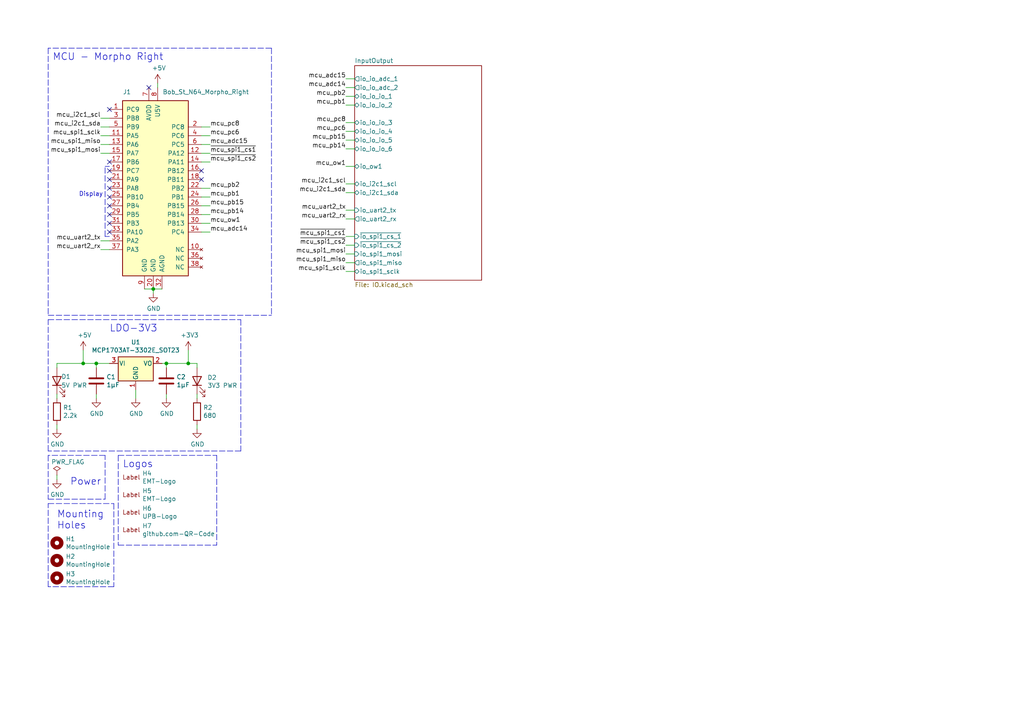
<source format=kicad_sch>
(kicad_sch (version 20211123) (generator eeschema)
  (paper "A4")
  (title_block (title "PMI-BOB²") (date "2023-02-15") (rev "V1.3") (company "Paderborn University - Measurement Engineering Group"))
  (lib_symbols
    (symbol "Bobs-emt:Bob_St_N64_Morpho_Right" (pin_names (offset 1.016))
      (property "Reference" "J" (at -5.08 26.67 0))
      (property "Value" "Bob_St_N64_Morpho_Right" (at 13.97 -27.94 0))
      (symbol "Bob_St_N64_Morpho_Right_1_1"
        (rectangle (start -8.89 25.4) (end 10.16 -25.4) (stroke (width 0.254)) (fill (type background)))
        (pin passive line (at -12.7 22.86 0) (length 3.81) (name "PC9") (number "1"))
        (pin no_connect line (at 13.97 -17.78 180) (length 3.81) (name "NC") (number "10"))
        (pin passive line (at -12.7 15.24 0) (length 3.81) (name "PA5") (number "11"))
        (pin passive line (at 13.97 10.16 180) (length 3.81) (name "PA12") (number "12"))
        (pin passive line (at -12.7 12.7 0) (length 3.81) (name "PA6") (number "13"))
        (pin passive line (at 13.97 7.62 180) (length 3.81) (name "PA11") (number "14"))
        (pin passive line (at -12.7 10.16 0) (length 3.81) (name "PA7") (number "15"))
        (pin passive line (at 13.97 5.08 180) (length 3.81) (name "PB12") (number "16"))
        (pin passive line (at -12.7 7.62 0) (length 3.81) (name "PB6") (number "17"))
        (pin passive line (at 13.97 2.54 180) (length 3.81) (name "PB11") (number "18"))
        (pin passive line (at -12.7 5.08 0) (length 3.81) (name "PC7") (number "19"))
        (pin passive line (at 13.97 17.78 180) (length 3.81) (name "PC8") (number "2"))
        (pin power_in line (at 0 -29.21 90) (length 3.81) (name "GND") (number "20"))
        (pin passive line (at -12.7 2.54 0) (length 3.81) (name "PA9") (number "21"))
        (pin passive line (at 13.97 0 180) (length 3.81) (name "PB2") (number "22"))
        (pin passive line (at -12.7 0 0) (length 3.81) (name "PA8") (number "23"))
        (pin passive line (at 13.97 -2.54 180) (length 3.81) (name "PB1") (number "24"))
        (pin passive line (at -12.7 -2.54 0) (length 3.81) (name "PB10") (number "25"))
        (pin passive line (at 13.97 -5.08 180) (length 3.81) (name "PB15") (number "26"))
        (pin passive line (at -12.7 -5.08 0) (length 3.81) (name "PB4") (number "27"))
        (pin passive line (at 13.97 -7.62 180) (length 3.81) (name "PB14") (number "28"))
        (pin passive line (at -12.7 -7.62 0) (length 3.81) (name "PB5") (number "29"))
        (pin passive line (at -12.7 20.32 0) (length 3.81) (name "PB8") (number "3"))
        (pin passive line (at 13.97 -10.16 180) (length 3.81) (name "PB13") (number "30"))
        (pin passive line (at -12.7 -10.16 0) (length 3.81) (name "PB3") (number "31"))
        (pin power_in line (at 2.54 -29.21 90) (length 3.81) (name "AGND") (number "32"))
        (pin passive line (at -12.7 -12.7 0) (length 3.81) (name "PA10") (number "33"))
        (pin passive line (at 13.97 -12.7 180) (length 3.81) (name "PC4") (number "34"))
        (pin passive line (at -12.7 -15.24 0) (length 3.81) (name "PA2") (number "35"))
        (pin no_connect line (at 13.97 -20.32 180) (length 3.81) (name "NC") (number "36"))
        (pin passive line (at -12.7 -17.78 0) (length 3.81) (name "PA3") (number "37"))
        (pin no_connect line (at 13.97 -22.86 180) (length 3.81) (name "NC") (number "38"))
        (pin passive line (at 13.97 15.24 180) (length 3.81) (name "PC6") (number "4"))
        (pin passive line (at -12.7 17.78 0) (length 3.81) (name "PB9") (number "5"))
        (pin passive line (at 13.97 12.7 180) (length 3.81) (name "PC5") (number "6"))
        (pin power_out line (at -1.27 29.21 270) (length 3.81) (name "AVDD") (number "7"))
        (pin power_out line (at 1.27 29.21 270) (length 3.81) (name "U5V") (number "8"))
        (pin power_in line (at -2.54 -29.21 90) (length 3.81) (name "GND") (number "9"))
      )
    )
    (symbol "Device:C" (pin_numbers hide) (pin_names (offset 0.254))
      (property "Reference" "C" (at 0.635 2.54 0))
      (property "Value" "C" (at 0.635 -2.54 0))
      (symbol "C_0_1"
        (polyline (pts (xy -2.032 -0.762) (xy 2.032 -0.762)) (stroke (width 0.508)))
        (polyline (pts (xy -2.032 0.762) (xy 2.032 0.762)) (stroke (width 0.508)))
      )
      (symbol "C_1_1"
        (pin passive line (at 0 3.81 270) (length 2.794) (name "~") (number "1"))
        (pin passive line (at 0 -3.81 90) (length 2.794) (name "~") (number "2"))
      )
    )
    (symbol "Device:LED" (pin_numbers hide) (pin_names (offset 1.016) hide)
      (property "Reference" "D" (at 0 2.54 0))
      (property "Value" "LED" (at 0 -2.54 0))
      (symbol "LED_0_1"
        (polyline (pts (xy -1.27 -1.27) (xy -1.27 1.27)) (stroke (width 0.254)))
        (polyline (pts (xy -1.27 0) (xy 1.27 0)))
        (polyline (pts (xy 1.27 -1.27) (xy 1.27 1.27) (xy -1.27 0) (xy 1.27 -1.27)) (stroke (width 0.254)))
        (polyline (pts (xy -3.048 -0.762) (xy -4.572 -2.286) (xy -3.81 -2.286) (xy -4.572 -2.286) (xy -4.572 -1.524)))
        (polyline (pts (xy -1.778 -0.762) (xy -3.302 -2.286) (xy -2.54 -2.286) (xy -3.302 -2.286) (xy -3.302 -1.524)))
      )
      (symbol "LED_1_1"
        (pin passive line (at -3.81 0 0) (length 2.54) (name "K") (number "1"))
        (pin passive line (at 3.81 0 180) (length 2.54) (name "A") (number "2"))
      )
    )
    (symbol "Device:R" (pin_numbers hide) (pin_names (offset 0))
      (property "Reference" "R" (at 2.032 0 90))
      (property "Value" "R" (at 0 0 90))
      (symbol "R_0_1"
        (rectangle (start -1.016 -2.54) (end 1.016 2.54) (stroke (width 0.254)))
      )
      (symbol "R_1_1"
        (pin passive line (at 0 3.81 270) (length 1.27) (name "~") (number "1"))
        (pin passive line (at 0 -3.81 90) (length 1.27) (name "~") (number "2"))
      )
    )
    (symbol "Mechanical-emt:Silkscreen_Label"
      (property "Reference" "H" (at 0 2.54 0))
      (property "Value" "Silkscreen_Label" (at 0 -2.54 0))
      (symbol "Silkscreen_Label_0_0"
        (text "Label" (at 0 0 0) (effects (font (size 1.27 1.27))))
      )
    )
    (symbol "Mechanical:MountingHole" (pin_names (offset 1.016))
      (property "Reference" "H" (at 0 5.08 0))
      (property "Value" "MountingHole" (at 0 3.175 0))
      (symbol "MountingHole_0_1"
        (circle (center 0 0) (radius 1.27) (stroke (width 1.27)))
      )
    )
    (symbol "Regulator_Linear:MCP1703Ax-330xxTT" (pin_names (offset 0.254))
      (property "Reference" "U" (at -3.81 3.175 0))
      (property "Value" "MCP1703Ax-330xxTT" (at 0 3.175 0))
      (symbol "MCP1703Ax-330xxTT_0_1"
        (rectangle (start -5.08 -5.08) (end 5.08 1.905) (stroke (width 0.254)) (fill (type background)))
      )
      (symbol "MCP1703Ax-330xxTT_1_1"
        (pin power_in line (at 0 -7.62 90) (length 2.54) (name "GND") (number "1"))
        (pin power_out line (at 7.62 0 180) (length 2.54) (name "VO") (number "2"))
        (pin power_in line (at -7.62 0 0) (length 2.54) (name "VI") (number "3"))
      )
    )
    (symbol "power:+3V3" (power) (pin_names (offset 0))
      (property "Value" "+3V3" (at 0 3.556 0))
      (symbol "+3V3_0_1"
        (polyline (pts (xy -0.762 1.27) (xy 0 2.54)))
        (polyline (pts (xy 0 0) (xy 0 2.54)))
        (polyline (pts (xy 0 2.54) (xy 0.762 1.27)))
      )
      (symbol "+3V3_1_1"
        (pin power_in line (at 0 0 90) (length 0) hide (name "+3V3") (number "1"))
      )
    )
    (symbol "power:+5V" (power) (pin_names (offset 0))
      (property "Value" "+5V" (at 0 3.556 0))
      (symbol "+5V_0_1"
        (polyline (pts (xy -0.762 1.27) (xy 0 2.54)))
        (polyline (pts (xy 0 0) (xy 0 2.54)))
        (polyline (pts (xy 0 2.54) (xy 0.762 1.27)))
      )
      (symbol "+5V_1_1"
        (pin power_in line (at 0 0 90) (length 0) hide (name "+5V") (number "1"))
      )
    )
    (symbol "power:GND" (power) (pin_names (offset 0))
      (property "Value" "GND" (at 0 -3.81 0))
      (symbol "GND_0_1"
        (polyline (pts (xy 0 0) (xy 0 -1.27) (xy 1.27 -1.27) (xy 0 -2.54) (xy -1.27 -1.27) (xy 0 -1.27)))
      )
      (symbol "GND_1_1"
        (pin power_in line (at 0 0 270) (length 0) hide (name "GND") (number "1"))
      )
    )
    (symbol "power:PWR_FLAG" (power) (pin_numbers hide) (pin_names (offset 0) hide)
      (property "Value" "PWR_FLAG" (at 0 3.81 0))
      (symbol "PWR_FLAG_0_0"
        (pin power_out line (at 0 0 90) (length 0) (name "pwr") (number "1"))
      )
      (symbol "PWR_FLAG_0_1"
        (polyline (pts (xy 0 0) (xy 0 1.27) (xy -1.016 1.905) (xy 0 2.54) (xy 1.016 1.905) (xy 0 1.27)))
      )
    )
  )
  (junction (at 54.61 105.41))
  (junction (at 44.45 83.82))
  (junction (at 48.26 105.41))
  (junction (at 27.94 105.41))
  (junction (at 24.13 105.41))
  (no_connect (at 31.75 57.15))
  (no_connect (at 31.75 59.69))
  (no_connect (at 43.18 25.4))
  (no_connect (at 31.75 64.77))
  (no_connect (at 31.75 67.31))
  (no_connect (at 31.75 46.99))
  (no_connect (at 31.75 62.23))
  (no_connect (at 58.42 52.07))
  (no_connect (at 31.75 31.75))
  (no_connect (at 31.75 54.61))
  (no_connect (at 31.75 49.53))
  (no_connect (at 31.75 52.07))
  (no_connect (at 58.42 49.53))
  (wire (pts (xy 58.42 64.77) (xy 60.96 64.77)))
  (polyline (pts (xy 30.48 144.78) (xy 30.48 132.08)))
  (polyline (pts (xy 78.74 13.97) (xy 78.74 91.44)))
  (wire (pts (xy 100.33 71.12) (xy 102.87 71.12)))
  (wire (pts (xy 60.96 57.15) (xy 58.42 57.15)))
  (wire (pts (xy 41.91 83.82) (xy 44.45 83.82)))
  (wire (pts (xy 27.94 105.41) (xy 31.75 105.41)))
  (wire (pts (xy 100.33 38.1) (xy 102.87 38.1)))
  (wire (pts (xy 60.96 54.61) (xy 58.42 54.61)))
  (wire (pts (xy 100.33 60.96) (xy 102.87 60.96)))
  (wire (pts (xy 48.26 114.3) (xy 48.26 115.57)))
  (wire (pts (xy 100.33 22.86) (xy 102.87 22.86)))
  (wire (pts (xy 48.26 105.41) (xy 46.99 105.41)))
  (wire (pts (xy 16.51 106.68) (xy 16.51 105.41)))
  (wire (pts (xy 45.72 24.13) (xy 45.72 25.4)))
  (wire (pts (xy 60.96 41.91) (xy 58.42 41.91)))
  (polyline (pts (xy 13.97 146.05) (xy 33.02 146.05)))
  (polyline (pts (xy 30.48 68.58) (xy 30.48 48.26)))
  (polyline (pts (xy 34.29 158.115) (xy 62.865 158.115)))
  (wire (pts (xy 16.51 105.41) (xy 24.13 105.41)))
  (wire (pts (xy 54.61 105.41) (xy 57.15 105.41)))
  (wire (pts (xy 100.33 27.94) (xy 102.87 27.94)))
  (wire (pts (xy 44.45 83.82) (xy 44.45 85.09)))
  (wire (pts (xy 39.37 113.03) (xy 39.37 115.57)))
  (wire (pts (xy 16.51 123.19) (xy 16.51 124.46)))
  (polyline (pts (xy 34.29 132.08) (xy 62.865 132.08)))
  (wire (pts (xy 100.33 25.4) (xy 102.87 25.4)))
  (wire (pts (xy 100.33 55.88) (xy 102.87 55.88)))
  (wire (pts (xy 46.99 83.82) (xy 44.45 83.82)))
  (wire (pts (xy 100.33 43.18) (xy 102.87 43.18)))
  (wire (pts (xy 100.33 73.66) (xy 102.87 73.66)))
  (wire (pts (xy 29.21 44.45) (xy 31.75 44.45)))
  (wire (pts (xy 58.42 36.83) (xy 60.96 36.83)))
  (wire (pts (xy 54.61 101.6) (xy 54.61 105.41)))
  (wire (pts (xy 100.33 76.2) (xy 102.87 76.2)))
  (wire (pts (xy 48.26 106.68) (xy 48.26 105.41)))
  (polyline (pts (xy 13.97 144.78) (xy 30.48 144.78)))
  (wire (pts (xy 27.94 106.68) (xy 27.94 105.41)))
  (wire (pts (xy 100.33 78.74) (xy 102.87 78.74)))
  (wire (pts (xy 16.51 137.795) (xy 16.51 139.065)))
  (wire (pts (xy 100.33 40.64) (xy 102.87 40.64)))
  (wire (pts (xy 100.33 35.56) (xy 102.87 35.56)))
  (wire (pts (xy 29.21 36.83) (xy 31.75 36.83)))
  (polyline (pts (xy 33.02 170.18) (xy 13.97 170.18)))
  (wire (pts (xy 29.21 69.85) (xy 31.75 69.85)))
  (wire (pts (xy 24.13 105.41) (xy 27.94 105.41)))
  (polyline (pts (xy 13.97 92.71) (xy 69.85 92.71)))
  (polyline (pts (xy 13.97 170.18) (xy 13.97 146.05)))
  (wire (pts (xy 100.33 63.5) (xy 102.87 63.5)))
  (polyline (pts (xy 78.74 13.97) (xy 13.97 13.97)))
  (polyline (pts (xy 69.85 130.81) (xy 13.97 130.81)))
  (polyline (pts (xy 34.29 132.08) (xy 34.29 158.115)))
  (wire (pts (xy 31.75 34.29) (xy 29.21 34.29)))
  (wire (pts (xy 57.15 123.19) (xy 57.15 124.46)))
  (polyline (pts (xy 30.48 132.08) (xy 13.97 132.08)))
  (wire (pts (xy 100.33 68.58) (xy 102.87 68.58)))
  (wire (pts (xy 24.13 101.6) (xy 24.13 105.41)))
  (wire (pts (xy 60.96 59.69) (xy 58.42 59.69)))
  (wire (pts (xy 60.96 39.37) (xy 58.42 39.37)))
  (wire (pts (xy 29.21 39.37) (xy 31.75 39.37)))
  (polyline (pts (xy 62.865 132.08) (xy 62.865 158.115)))
  (polyline (pts (xy 33.02 146.05) (xy 33.02 170.18)))
  (wire (pts (xy 27.94 115.57) (xy 27.94 114.3)))
  (wire (pts (xy 29.21 41.91) (xy 31.75 41.91)))
  (wire (pts (xy 57.15 106.68) (xy 57.15 105.41)))
  (wire (pts (xy 57.15 115.57) (xy 57.15 114.3)))
  (wire (pts (xy 58.42 44.45) (xy 60.96 44.45)))
  (polyline (pts (xy 69.85 92.71) (xy 69.85 130.81)))
  (polyline (pts (xy 13.97 132.08) (xy 13.97 144.78)))
  (wire (pts (xy 100.33 48.26) (xy 102.87 48.26)))
  (wire (pts (xy 48.26 105.41) (xy 54.61 105.41)))
  (wire (pts (xy 100.33 30.48) (xy 102.87 30.48)))
  (wire (pts (xy 60.96 67.31) (xy 58.42 67.31)))
  (wire (pts (xy 58.42 46.99) (xy 60.96 46.99)))
  (wire (pts (xy 29.21 72.39) (xy 31.75 72.39)))
  (wire (pts (xy 100.33 53.34) (xy 102.87 53.34)))
  (wire (pts (xy 16.51 115.57) (xy 16.51 114.3)))
  (polyline (pts (xy 30.48 68.58) (xy 31.75 68.58)))
  (polyline (pts (xy 13.97 13.97) (xy 13.97 91.44)))
  (polyline (pts (xy 13.97 130.81) (xy 13.97 92.71)))
  (polyline (pts (xy 30.48 48.26) (xy 31.75 48.26)))
  (polyline (pts (xy 13.97 91.44) (xy 78.74 91.44)))
  (wire (pts (xy 60.96 62.23) (xy 58.42 62.23)))
  (text "Mounting\nHoles" (at 16.51 153.67 0) (effects (font (size 2.0066 2.0066)) (justify left bottom)))
  (text "LDO-3V3" (at 31.75 96.52 0) (effects (font (size 2.0066 2.0066)) (justify left bottom)))
  (text "Logos" (at 35.56 135.89 0) (effects (font (size 2.0066 2.0066)) (justify left bottom)))
  (text "Display" (at 22.86 57.15 0) (effects (font (size 1.27 1.27)) (justify left bottom)))
  (text "MCU - Morpho Right" (at 15.24 17.78 0) (effects (font (size 2.0066 2.0066)) (justify left bottom)))
  (text "Power" (at 20.32 140.97 0) (effects (font (size 2.0066 2.0066)) (justify left bottom)))
  (label "mcu_i2c1_sda" (at 100.33 55.88 180))
  (label "mcu_adc15" (at 100.33 22.86 180))
  (label "mcu_i2c1_scl" (at 100.33 53.34 180))
  (label "mcu_i2c1_sda" (at 29.21 36.83 180))
  (label "mcu_pb15" (at 100.33 40.64 180))
  (label "mcu_uart2_tx" (at 29.21 69.85 180))
  (label "mcu_adc14" (at 60.96 67.31 0))
  (label "mcu_pb15" (at 60.96 59.69 0))
  (label "mcu_ow1" (at 60.96 64.77 0))
  (label "~{mcu_spi1_cs1}" (at 100.33 68.58 180))
  (label "mcu_adc14" (at 100.33 25.4 180))
  (label "mcu_pb14" (at 100.33 43.18 180))
  (label "mcu_spi1_miso" (at 29.21 41.91 180))
  (label "mcu_spi1_sclk" (at 29.21 39.37 180))
  (label "mcu_spi1_miso" (at 100.33 76.2 180))
  (label "~{mcu_spi1_cs1}" (at 60.96 44.45 0))
  (label "mcu_pb1" (at 100.33 30.48 180))
  (label "mcu_uart2_rx" (at 29.21 72.39 180))
  (label "mcu_spi1_mosi" (at 100.33 73.66 180))
  (label "mcu_adc15" (at 60.96 41.91 0))
  (label "mcu_pb1" (at 60.96 57.15 0))
  (label "~{mcu_spi1_cs2}" (at 100.33 71.12 180))
  (label "mcu_pc6" (at 100.33 38.1 180))
  (label "mcu_pb2" (at 100.33 27.94 180))
  (label "mcu_uart2_rx" (at 100.33 63.5 180))
  (label "mcu_pc6" (at 60.96 39.37 0))
  (label "mcu_pb2" (at 60.96 54.61 0))
  (label "mcu_i2c1_scl" (at 29.21 34.29 180))
  (label "mcu_ow1" (at 100.33 48.26 180))
  (label "mcu_spi1_mosi" (at 29.21 44.45 180))
  (label "mcu_spi1_sclk" (at 100.33 78.74 180))
  (label "mcu_pb14" (at 60.96 62.23 0))
  (label "mcu_pc8" (at 60.96 36.83 0))
  (label "mcu_uart2_tx" (at 100.33 60.96 180))
  (label "~{mcu_spi1_cs2}" (at 60.96 46.99 0))
  (label "mcu_pc8" (at 100.33 35.56 180))
  (symbol (lib_id "Regulator_Linear:MCP1703Ax-330xxTT") (at 39.37 105.41 0) (unit 1)
    (property "Reference" "U1" (at 39.37 99.2632 0))
    (property "Value" "MCP1703AT-3302E_SOT23" (at 39.37 101.5746 0))
    (property "Footprint" "Package_TO_SOT_SMD:SOT-23" (effects hide))
    (property "Datasheet" "http://ww1.microchip.com/downloads/en/DeviceDoc/20005122B.pdf" (effects hide))
    (property "Reichelt Part No" "MCP 1703T-3302E" (effects hide))
    (property "Mouser Part No " "579-MCP1703AT3302ECB" (effects hide))
    (property "Manufacturer" "Microchip Technology" (effects hide))
    (property " Manufacturer Part No " "MCP1703AT-3302E/CB " (effects hide))
  )
  (symbol (lib_id "power:GND") (at 39.37 115.57 0) (unit 1)
    (property "Reference" "#PWR05" (effects hide))
    (property "Value" "GND" (at 39.497 119.9642 0))
  )
  (symbol (lib_id "power:GND") (at 44.45 85.09 0) (unit 1)
    (property "Reference" "#PWR06" (effects hide))
    (property "Value" "GND" (at 44.577 89.4842 0))
  )
  (symbol (lib_id "power:+5V") (at 24.13 101.6 0) (unit 1)
    (property "Reference" "#PWR03" (effects hide))
    (property "Value" "+5V" (at 24.511 97.2058 0))
  )
  (symbol (lib_id "Device:C") (at 27.94 110.49 0) (unit 1)
    (property "Reference" "C1" (at 30.861 109.3216 0) (effects (justify left)))
    (property "Value" "1µF" (at 30.861 111.633 0) (effects (justify left)))
    (property "Footprint" "Capacitor_SMD:C_0805_2012Metric" (effects hide))
  )
  (symbol (lib_id "power:GND") (at 27.94 115.57 0) (unit 1)
    (property "Reference" "#PWR04" (effects hide))
    (property "Value" "GND" (at 28.067 119.9642 0))
  )
  (symbol (lib_id "power:GND") (at 48.26 115.57 0) (unit 1)
    (property "Reference" "#PWR08" (effects hide))
    (property "Value" "GND" (at 48.387 119.9642 0))
  )
  (symbol (lib_id "Device:C") (at 48.26 110.49 0) (unit 1)
    (property "Reference" "C2" (at 51.181 109.3216 0) (effects (justify left)))
    (property "Value" "1µF" (at 51.181 111.633 0) (effects (justify left)))
    (property "Footprint" "Capacitor_SMD:C_0805_2012Metric" (effects hide))
  )
  (symbol (lib_id "Device:LED") (at 16.51 110.49 90) (unit 1)
    (property "Reference" "D1" (at 17.78 109.22 90) (effects (justify right)))
    (property "Value" "5V PWR" (at 17.78 111.76 90) (effects (justify right)))
    (property "Footprint" "Diode_SMD:D_0603_1608Metric" (effects hide))
    (property " Manufacturer Part No " "LB L293-M2P1-36-1" (effects hide))
    (property "Digi-Key No" "475-1383-1-ND" (effects hide))
    (property "Manufacturer" "Osram" (effects hide))
    (property "Mouser No" "720-LBL293M2P1361Z" (effects hide))
    (property "Mouser Part No " "720-LBL293M2P1361Z" (effects hide))
    (property "Reichelt No" " LB L293 " (effects hide))
  )
  (symbol (lib_id "Device:R") (at 16.51 119.38 0) (unit 1)
    (property "Reference" "R1" (at 18.288 118.2116 0) (effects (justify left)))
    (property "Value" "2.2k" (at 18.288 120.523 0) (effects (justify left)))
    (property "Footprint" "Resistor_SMD:R_0603_1608Metric" (effects hide))
  )
  (symbol (lib_id "power:GND") (at 16.51 124.46 0) (unit 1)
    (property "Reference" "#PWR01" (effects hide))
    (property "Value" "GND" (at 16.637 128.8542 0))
  )
  (symbol (lib_id "Device:LED") (at 57.15 110.49 90) (unit 1)
    (property "Reference" "D2" (at 60.1472 109.4994 90) (effects (justify right)))
    (property "Value" "3V3 PWR" (at 60.1472 111.8108 90) (effects (justify right)))
    (property "Footprint" "Diode_SMD:D_0603_1608Metric" (effects hide))
    (property " Manufacturer Part No " "LB L293-M2P1-36-1" (effects hide))
    (property "Digi-Key No" "475-1383-1-ND" (effects hide))
    (property "Manufacturer" "Osram" (effects hide))
    (property "Mouser No" "720-LBL293M2P1361Z" (effects hide))
    (property "Mouser Part No " "720-LBL293M2P1361Z" (effects hide))
    (property "Reichelt No" " LB L293 " (effects hide))
  )
  (symbol (lib_id "Device:R") (at 57.15 119.38 0) (unit 1)
    (property "Reference" "R2" (at 58.928 118.2116 0) (effects (justify left)))
    (property "Value" "680" (at 58.928 120.523 0) (effects (justify left)))
    (property "Footprint" "Resistor_SMD:R_0603_1608Metric" (effects hide))
  )
  (symbol (lib_id "power:GND") (at 57.15 124.46 0) (unit 1)
    (property "Reference" "#PWR010" (effects hide))
    (property "Value" "GND" (at 57.277 128.8542 0))
  )
  (symbol (lib_id "power:+5V") (at 45.72 24.13 0) (unit 1)
    (property "Reference" "#PWR07" (effects hide))
    (property "Value" "+5V" (at 46.101 19.7358 0))
  )
  (symbol (lib_id "Mechanical:MountingHole") (at 16.51 157.48 0) (unit 1)
    (property "Reference" "H1" (at 19.05 156.3116 0) (effects (justify left)))
    (property "Value" "MountingHole" (at 19.05 158.623 0) (effects (justify left)))
    (property "Footprint" "MountingHole:MountingHole_3.2mm_M3" (effects hide))
  )
  (symbol (lib_id "Mechanical:MountingHole") (at 16.51 162.56 0) (unit 1)
    (property "Reference" "H2" (at 19.05 161.3916 0) (effects (justify left)))
    (property "Value" "MountingHole" (at 19.05 163.703 0) (effects (justify left)))
    (property "Footprint" "MountingHole:MountingHole_3.2mm_M3" (effects hide))
  )
  (symbol (lib_id "Mechanical:MountingHole") (at 16.51 167.64 0) (unit 1)
    (property "Reference" "H3" (at 19.05 166.4716 0) (effects (justify left)))
    (property "Value" "MountingHole" (at 19.05 168.783 0) (effects (justify left)))
    (property "Footprint" "MountingHole:MountingHole_3.2mm_M3" (effects hide))
  )
  (symbol (lib_id "Mechanical-emt:Silkscreen_Label") (at 38.1 138.43 0) (unit 1)
    (property "Reference" "H4" (at 41.275 137.287 0) (effects (justify left)))
    (property "Value" "EMT-Logo" (at 41.275 139.5984 0) (effects (justify left)))
    (property "Footprint" "Symbol-emt:EMT-Logo_5.1x2.5mm_Silkscreen" (effects hide))
  )
  (symbol (lib_id "power:GND") (at 16.51 139.065 0) (unit 1)
    (property "Reference" "#PWR02" (effects hide))
    (property "Value" "GND" (at 16.637 143.4592 0))
  )
  (symbol (lib_id "power:+3V3") (at 54.61 101.6 0) (unit 1)
    (property "Reference" "#PWR09" (effects hide))
    (property "Value" "+3V3" (at 54.991 97.2058 0))
  )
  (symbol (lib_id "Mechanical-emt:Silkscreen_Label") (at 38.1 148.59 0) (unit 1)
    (property "Reference" "H6" (at 41.275 147.447 0) (effects (justify left)))
    (property "Value" "UPB-Logo" (at 41.275 149.7584 0) (effects (justify left)))
    (property "Footprint" "Symbol-emt:UPB-Logo_En_15.9X5.6mm" (effects hide))
  )
  (symbol (lib_id "Mechanical-emt:Silkscreen_Label") (at 38.1 143.51 0) (unit 1)
    (property "Reference" "H5" (at 41.275 142.367 0) (effects (justify left)))
    (property "Value" "EMT-Logo" (at 41.275 144.6784 0) (effects (justify left)))
    (property "Footprint" "Symbol-emt:EMT-Logo_11.7x5.9mm_Silkscreen" (effects hide))
  )
  (symbol (lib_id "Bobs-emt:Bob_St_N64_Morpho_Right") (at 44.45 54.61 0) (unit 1)
    (property "Reference" "J1" (at 36.83 26.67 0))
    (property "Value" "Bob_St_N64_Morpho_Right" (at 59.69 26.67 0))
    (property "Footprint" "Bobs-emt:ST_N64_Morpho_Right-emt" (effects hide))
  )
  (symbol (lib_id "Mechanical-emt:Silkscreen_Label") (at 38.1 153.67 0) (unit 1)
    (property "Reference" "H7" (at 41.275 152.527 0) (effects (justify left)))
    (property "Value" "github.com-QR-Code" (at 41.275 154.8384 0) (effects (justify left)))
    (property "Footprint" "Symbol-emt:github-emtpb-pmi" (effects hide))
  )
  (symbol (lib_id "power:PWR_FLAG") (at 16.51 137.795 0) (unit 1)
    (property "Reference" "#FLG01" (effects hide))
    (property "Value" "PWR_FLAG" (at 19.685 133.985 0))
  )
  (sheet (at 102.87 19.05) (size 36.83 62.23)
    (property "Sheet name" "InputOutput" (at 102.87 18.3384 0) (effects (justify left bottom)))
    (property "Sheet file" "IO.kicad_sch" (at 102.87 81.8646 0) (effects (justify left top)))
    (pin "io_ow1" bidirectional (at 102.87 48.26 180))
    (pin "io_i2c1_scl" bidirectional (at 102.87 53.34 180))
    (pin "io_i2c1_sda" bidirectional (at 102.87 55.88 180))
    (pin "io_uart2_tx" input (at 102.87 60.96 180))
    (pin "io_uart2_rx" output (at 102.87 63.5 180))
    (pin "io_spi1_mosi" input (at 102.87 73.66 180))
    (pin "io_spi1_miso" output (at 102.87 76.2 180))
    (pin "io_spi1_sclk" bidirectional (at 102.87 78.74 180))
    (pin "~{io_spi1_cs_1}" input (at 102.87 68.58 180))
    (pin "~{io_spi1_cs_2}" input (at 102.87 71.12 180))
    (pin "io_io_adc_1" output (at 102.87 22.86 180))
    (pin "io_io_adc_2" output (at 102.87 25.4 180))
    (pin "io_io_io_1" bidirectional (at 102.87 27.94 180))
    (pin "io_io_io_2" bidirectional (at 102.87 30.48 180))
    (pin "io_io_io_3" bidirectional (at 102.87 35.56 180))
    (pin "io_io_io_4" bidirectional (at 102.87 38.1 180))
    (pin "io_io_io_5" bidirectional (at 102.87 40.64 180))
    (pin "io_io_io_6" bidirectional (at 102.87 43.18 180))
  )
)
</source>
